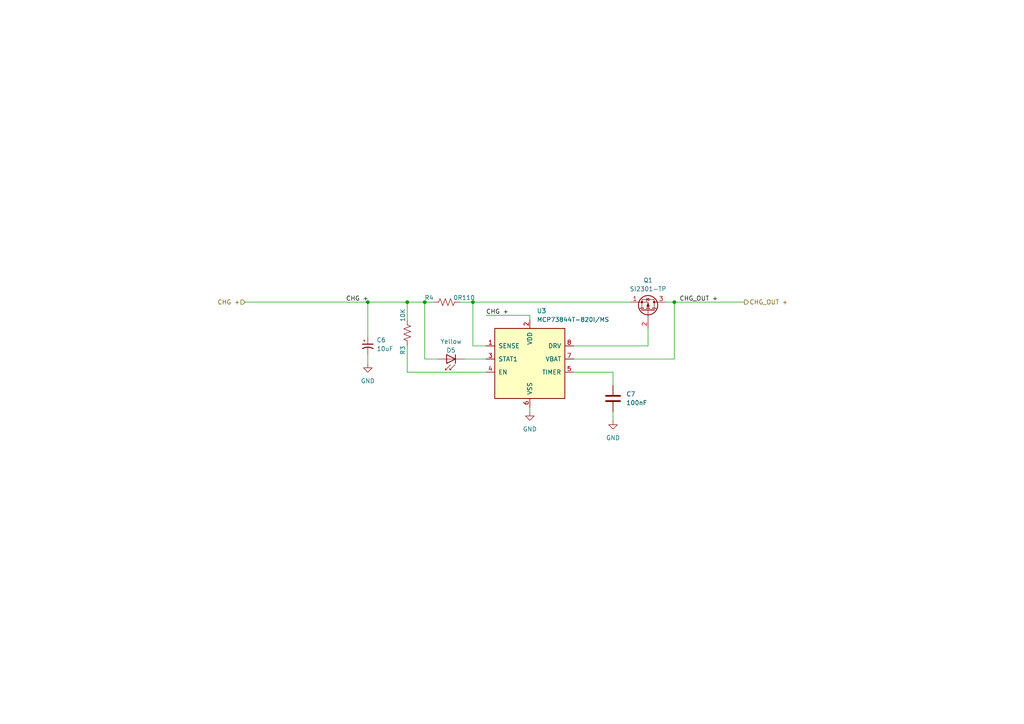
<source format=kicad_sch>
(kicad_sch (version 20211123) (generator eeschema)
  (paper "A4")
  (lib_symbols
    (symbol "Battery_Management:MCP73844T-820I{slash}MS" (pin_names (offset 1.016))
      (property "Reference" "U" (at 2.54 6.35 0))
      (property "Value" "MCP73844T-820I{slash}MS" (at 1.27 3.81 0))
      (symbol "MCP73844T-820I{slash}MS_0_1"
        (rectangle (start -10.16 2.54) (end 10.16 -17.78) (stroke (width 0.254)) (fill (type background)))
      )
      (symbol "MCP73844T-820I{slash}MS_1_1"
        (pin input line (at -12.7 -2.54 0) (length 2.54) (name "SENSE") (number "1"))
        (pin power_in line (at 0 5.08 270) (length 2.54) (name "VDD") (number "2"))
        (pin passive line (at -12.7 -6.35 0) (length 2.54) (name "STAT1") (number "3"))
        (pin passive line (at -12.7 -10.16 0) (length 2.54) (name "EN") (number "4"))
        (pin passive line (at 12.7 -10.16 180) (length 2.54) (name "TIMER") (number "5"))
        (pin power_in line (at 0 -20.32 90) (length 2.54) (name "VSS") (number "6"))
        (pin passive line (at 12.7 -6.35 180) (length 2.54) (name "VBAT") (number "7"))
        (pin output line (at 12.7 -2.54 180) (length 2.54) (name "DRV") (number "8"))
      )
    )
    (symbol "Device:C" (pin_numbers hide) (pin_names (offset 0.254))
      (property "Reference" "C" (at 0.635 2.54 0))
      (property "Value" "C" (at 0.635 -2.54 0))
      (symbol "C_0_1"
        (polyline (pts (xy -2.032 -0.762) (xy 2.032 -0.762)) (stroke (width 0.508)))
        (polyline (pts (xy -2.032 0.762) (xy 2.032 0.762)) (stroke (width 0.508)))
      )
      (symbol "C_1_1"
        (pin passive line (at 0 3.81 270) (length 2.794) (name "~") (number "1"))
        (pin passive line (at 0 -3.81 90) (length 2.794) (name "~") (number "2"))
      )
    )
    (symbol "Device:C_Polarized_Small_US" (pin_numbers hide) (pin_names (offset 0.254) hide)
      (property "Reference" "C" (at 0.254 1.778 0))
      (property "Value" "C_Polarized_Small_US" (at 0.254 -2.032 0))
      (symbol "C_Polarized_Small_US_0_1"
        (polyline (pts (xy -1.524 0.508) (xy 1.524 0.508)) (stroke (width 0.3048)))
        (polyline (pts (xy -1.27 1.524) (xy -0.762 1.524)))
        (polyline (pts (xy -1.016 1.27) (xy -1.016 1.778)))
        (arc (start 1.524 -0.762) (mid 0 -0.3734) (end -1.524 -0.762) (stroke (width 0.3048)))
      )
      (symbol "C_Polarized_Small_US_1_1"
        (pin passive line (at 0 2.54 270) (length 2.032) (name "~") (number "1"))
        (pin passive line (at 0 -2.54 90) (length 2.032) (name "~") (number "2"))
      )
    )
    (symbol "Device:R_US" (pin_numbers hide) (pin_names (offset 0))
      (property "Reference" "R" (at 2.54 0 90))
      (property "Value" "R_US" (at -2.54 0 90))
      (symbol "R_US_0_1"
        (polyline (pts (xy 0 -2.286) (xy 0 -2.54)))
        (polyline (pts (xy 0 2.286) (xy 0 2.54)))
        (polyline (pts (xy 0 -0.762) (xy 1.016 -1.143) (xy 0 -1.524) (xy -1.016 -1.905) (xy 0 -2.286)))
        (polyline (pts (xy 0 0.762) (xy 1.016 0.381) (xy 0 0) (xy -1.016 -0.381) (xy 0 -0.762)))
        (polyline (pts (xy 0 2.286) (xy 1.016 1.905) (xy 0 1.524) (xy -1.016 1.143) (xy 0 0.762)))
      )
      (symbol "R_US_1_1"
        (pin passive line (at 0 3.81 270) (length 1.27) (name "~") (number "1"))
        (pin passive line (at 0 -3.81 90) (length 1.27) (name "~") (number "2"))
      )
    )
    (symbol "LED:CQY99" (pin_numbers hide) (pin_names (offset 1.016) hide)
      (property "Reference" "D" (at 0.508 1.778 0))
      (property "Value" "CQY99" (at -1.016 -2.794 0))
      (symbol "CQY99_0_1"
        (polyline (pts (xy -2.54 1.27) (xy -2.54 -1.27)) (stroke (width 0.254)))
        (polyline (pts (xy 0 0) (xy -2.54 0)))
        (polyline (pts (xy 0.381 3.175) (xy -0.127 3.175)))
        (polyline (pts (xy -1.143 1.651) (xy 0.381 3.175) (xy 0.381 2.667)))
        (polyline (pts (xy 0 -1.27) (xy -2.54 0) (xy 0 1.27) (xy 0 -1.27)) (stroke (width 0.254)))
        (polyline (pts (xy -2.413 1.651) (xy -0.889 3.175) (xy -0.889 2.667) (xy -0.889 3.175) (xy -1.397 3.175)))
      )
      (symbol "CQY99_1_1"
        (pin passive line (at -5.08 0 0) (length 2.54) (name "K") (number "1"))
        (pin passive line (at 2.54 0 180) (length 2.54) (name "A") (number "2"))
      )
    )
    (symbol "Transistor_FET:SI2301-TP" (pin_names hide)
      (property "Reference" "Q" (at 5.08 1.905 0))
      (property "Value" "SI2301-TP" (at 5.08 0 0))
      (symbol "SI2301-TP_0_1"
        (polyline (pts (xy 0.254 0) (xy -2.54 0)))
        (polyline (pts (xy 0.254 1.905) (xy 0.254 -1.905)) (stroke (width 0.254)))
        (polyline (pts (xy 0.762 -1.27) (xy 0.762 -2.286)) (stroke (width 0.254)))
        (polyline (pts (xy 0.762 0.508) (xy 0.762 -0.508)) (stroke (width 0.254)))
        (polyline (pts (xy 0.762 2.286) (xy 0.762 1.27)) (stroke (width 0.254)))
        (polyline (pts (xy 2.54 2.54) (xy 2.54 1.778)))
        (polyline (pts (xy 2.54 -2.54) (xy 2.54 0) (xy 0.762 0)))
        (polyline (pts (xy 0.762 1.778) (xy 3.302 1.778) (xy 3.302 -1.778) (xy 0.762 -1.778)))
        (polyline (pts (xy 2.286 0) (xy 1.27 0.381) (xy 1.27 -0.381) (xy 2.286 0)) (fill (type outline)))
        (polyline (pts (xy 2.794 -0.508) (xy 2.921 -0.381) (xy 3.683 -0.381) (xy 3.81 -0.254)))
        (polyline (pts (xy 3.302 -0.381) (xy 2.921 0.254) (xy 3.683 0.254) (xy 3.302 -0.381)))
        (circle (center 1.651 0) (radius 2.794) (stroke (width 0.254)))
        (circle (center 2.54 -1.778) (radius 0.254) (fill (type outline)))
        (circle (center 2.54 1.778) (radius 0.254) (fill (type outline)))
      )
      (symbol "SI2301-TP_1_1"
        (pin passive line (at 2.54 -5.08 90) (length 2.54) (name "S") (number "1"))
        (pin input line (at -5.08 0 0) (length 2.54) (name "G") (number "2"))
        (pin passive line (at 2.54 5.08 270) (length 2.54) (name "D") (number "3"))
      )
    )
    (symbol "power:GND" (power) (pin_names (offset 0))
      (property "Value" "GND" (at 0 -3.81 0))
      (symbol "GND_0_1"
        (polyline (pts (xy 0 0) (xy 0 -1.27) (xy 1.27 -1.27) (xy 0 -2.54) (xy -1.27 -1.27) (xy 0 -1.27)))
      )
      (symbol "GND_1_1"
        (pin power_in line (at 0 0 270) (length 0) hide (name "GND") (number "1"))
      )
    )
  )
  (junction (at 123.19 87.63))
  (junction (at 118.11 87.63))
  (junction (at 195.58 87.63))
  (junction (at 106.68 87.63))
  (junction (at 137.16 87.63))
  (wire (pts (xy 195.58 87.63) (xy 215.9 87.63)))
  (wire (pts (xy 177.8 111.76) (xy 177.8 107.95)))
  (wire (pts (xy 133.35 87.63) (xy 137.16 87.63)))
  (wire (pts (xy 127 104.14) (xy 123.19 104.14)))
  (wire (pts (xy 137.16 100.33) (xy 137.16 87.63)))
  (wire (pts (xy 140.97 100.33) (xy 137.16 100.33)))
  (wire (pts (xy 153.67 91.44) (xy 153.67 92.71)))
  (wire (pts (xy 177.8 107.95) (xy 166.37 107.95)))
  (wire (pts (xy 193.04 87.63) (xy 195.58 87.63)))
  (wire (pts (xy 123.19 104.14) (xy 123.19 87.63)))
  (wire (pts (xy 153.67 118.11) (xy 153.67 119.38)))
  (wire (pts (xy 187.96 100.33) (xy 187.96 95.25)))
  (wire (pts (xy 177.8 119.38) (xy 177.8 121.92)))
  (wire (pts (xy 106.68 87.63) (xy 106.68 97.79)))
  (wire (pts (xy 195.58 104.14) (xy 195.58 87.63)))
  (wire (pts (xy 134.62 104.14) (xy 140.97 104.14)))
  (wire (pts (xy 118.11 87.63) (xy 123.19 87.63)))
  (wire (pts (xy 137.16 87.63) (xy 182.88 87.63)))
  (wire (pts (xy 71.12 87.63) (xy 106.68 87.63)))
  (wire (pts (xy 118.11 87.63) (xy 118.11 92.71)))
  (wire (pts (xy 166.37 104.14) (xy 195.58 104.14)))
  (wire (pts (xy 106.68 87.63) (xy 118.11 87.63)))
  (wire (pts (xy 123.19 87.63) (xy 125.73 87.63)))
  (wire (pts (xy 118.11 107.95) (xy 118.11 100.33)))
  (wire (pts (xy 140.97 107.95) (xy 118.11 107.95)))
  (wire (pts (xy 106.68 102.87) (xy 106.68 105.41)))
  (wire (pts (xy 140.97 91.44) (xy 153.67 91.44)))
  (wire (pts (xy 166.37 100.33) (xy 187.96 100.33)))
  (label "CHG +" (at 140.97 91.44 0))
  (label "CHG_OUT +" (at 208.28 87.63 180))
  (label "CHG +" (at 100.33 87.63 0))
  (hierarchical_label "CHG_OUT +" (shape output) (at 215.9 87.63 0))
  (hierarchical_label "CHG +" (shape input) (at 71.12 87.63 180))
  (symbol (lib_id "power:GND") (at 106.68 105.41 0) (unit 1)
    (property "Reference" "#PWR010" (effects hide))
    (property "Value" "GND" (at 106.68 110.49 0))
  )
  (symbol (lib_id "power:GND") (at 153.67 119.38 0) (unit 1)
    (property "Reference" "#PWR011" (effects hide))
    (property "Value" "GND" (at 153.67 124.46 0))
  )
  (symbol (lib_id "Device:C") (at 177.8 115.57 0) (unit 1)
    (property "Reference" "C7" (at 181.61 114.2999 0) (effects (justify left)))
    (property "Value" "100nF" (at 181.61 116.8399 0) (effects (justify left)))
    (property "Footprint" "Capacitor_SMD:C_0805_2012Metric_Pad1.18x1.45mm_HandSolder" (effects hide))
    (property "Datasheet" "https://www.seielect.com/Catalog/SEI-CML.PDF" (effects hide))
    (property "Digikey link" "https://www.digikey.ca/en/products/detail/stackpole-electronics-inc/CML0805Y5V104ZT50V/10660028" (effects hide))
    (property "Part number" "CML0805Y5V104ZT50V" (effects hide))
  )
  (symbol (lib_id "Battery_Management:MCP73844T-820I{slash}MS") (at 153.67 97.79 0) (unit 1)
    (property "Reference" "U3" (at 155.6894 90.17 0) (effects (justify left)))
    (property "Value" "MCP73844T-820I/MS" (at 155.6894 92.71 0) (effects (justify left)))
    (property "Footprint" "Package_SO:MSOP-8_3x3mm_P0.65mm" (effects hide))
    (property "Datasheet" "https://ww1.microchip.com/downloads/aemDocuments/documents/APID/ProductDocuments/DataSheets/21823D.pdf" (effects hide))
    (property "Digikey link" "https://www.digikey.ca/en/products/detail/microchip-technology/MCP73844T-820I-MS/593752" (effects hide))
    (property "Part number" "MCP73844T-820I/MS" (effects hide))
  )
  (symbol (lib_id "Transistor_FET:SI2301-TP") (at 187.96 90.17 270) (mirror x) (unit 1)
    (property "Reference" "Q1" (at 187.96 81.28 90))
    (property "Value" "SI2301-TP" (at 187.96 83.82 90))
    (property "Footprint" "Package_TO_SOT_SMD:SOT-323_SC-70" (effects hide))
    (property "Datasheet" "https://www.mccsemi.com/pdf/Products/SI2301(SOT-23).pdf" (effects hide))
    (property "Digikey link" "https://www.digikey.ca/en/products/detail/micro-commercial-co/SI2301-TP/1793242" (effects hide))
    (property "Part number" "SI2301-TP" (effects hide))
  )
  (symbol (lib_id "Device:R_US") (at 129.54 87.63 270) (unit 1)
    (property "Reference" "R4" (at 124.46 86.36 90))
    (property "Value" "0R110" (at 134.62 86.36 90))
    (property "Footprint" "Resistor_SMD:R_0805_2012Metric_Pad1.20x1.40mm_HandSolder" (effects hide))
    (property "Datasheet" "https://industrial.panasonic.com/cdbs/www-data/pdf/RDN0000/AOA0000C313.pdf" (effects hide))
    (property "Digikey link" "https://www.digikey.ca/en/products/detail/panasonic-electronic-components/ERJ-6BSFR11V/5647600" (effects hide))
    (property "Part number" "ERJ-6BSFR11V" (effects hide))
  )
  (symbol (lib_id "Device:R_US") (at 118.11 96.52 0) (unit 1)
    (property "Reference" "R3" (at 116.84 101.6 90))
    (property "Value" "10K" (at 116.84 91.44 90))
    (property "Footprint" "Resistor_SMD:R_0805_2012Metric_Pad1.20x1.40mm_HandSolder" (effects hide))
    (property "Datasheet" "https://www.seielect.com/catalog/sei-rncp.pdf" (effects hide))
    (property "Digikey link" "https://www.digikey.ca/en/products/detail/stackpole-electronics-inc/RNCP0805FTD10K0/2240262" (effects hide))
    (property "Part number" "RNCP0805FTD10K0" (effects hide))
  )
  (symbol (lib_id "power:GND") (at 177.8 121.92 0) (unit 1)
    (property "Reference" "#PWR012" (effects hide))
    (property "Value" "GND" (at 177.8 127 0))
  )
  (symbol (lib_id "Device:C_Polarized_Small_US") (at 106.68 100.33 0) (unit 1)
    (property "Reference" "C6" (at 109.22 98.6281 0) (effects (justify left)))
    (property "Value" "10uF" (at 109.22 101.1681 0) (effects (justify left)))
    (property "Footprint" "Capacitor_SMD:C_0805_2012Metric_Pad1.18x1.45mm_HandSolder" (effects hide))
    (property "Datasheet" "https://search.murata.co.jp/Ceramy/image/img/A01X/G101/ENG/GRM21BR61H106KE43-01A.pdf" (effects hide))
    (property "Digikey link" "https://www.digikey.ca/en/products/detail/murata-electronics/GRM21BR61H106KE43K/15191954" (effects hide))
    (property "Part number" "GRM21BR61H106KE43K" (effects hide))
  )
  (symbol (lib_id "LED:CQY99") (at 129.54 104.14 180) (unit 1)
    (property "Reference" "D5" (at 130.81 101.6 0))
    (property "Value" "Yellow" (at 130.81 99.06 0))
    (property "Footprint" "LED_THT:LED_D3.0mm" (effects hide))
  )
)
</source>
